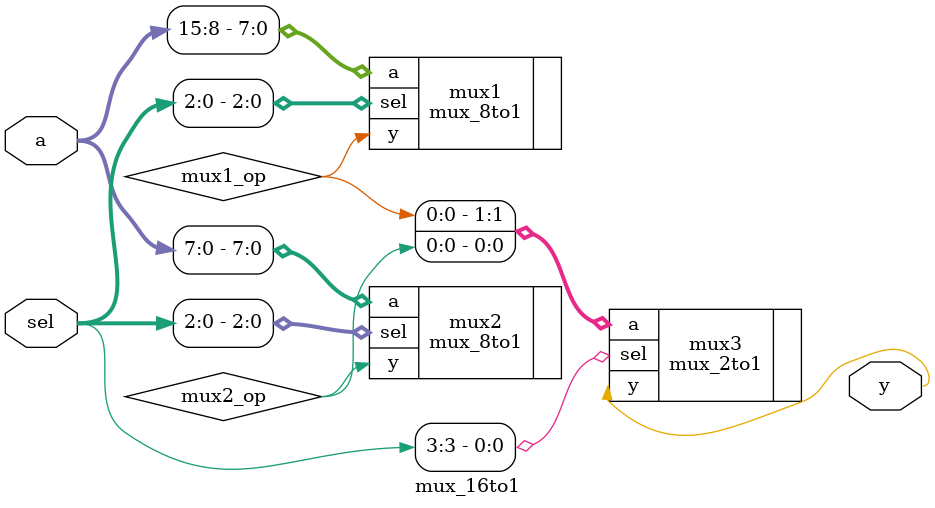
<source format=v>
`include "mux_8to1.v"

module mux_16to1 (
    input [15:0] a,
    input [3:0] sel,
    output y
);
  wire mux1_op, mux2_op;
  mux_8to1 mux1 (
      .a  (a[15:8]),
      .sel(sel[2:0]),
      .y  (mux1_op)
  );
  mux_8to1 mux2 (
      .a  (a[7:0]),
      .sel(sel[2:0]),
      .y  (mux2_op)
  );
  mux_2to1 mux3 (
      .a  ({mux1_op, mux2_op}),
      .sel(sel[3]),
      .y  (y)
  );
endmodule

</source>
